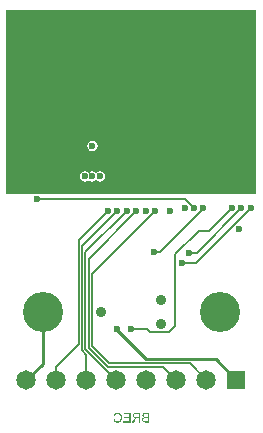
<source format=gbl>
G04*
G04 #@! TF.GenerationSoftware,Altium Limited,Altium Designer,21.6.4 (81)*
G04*
G04 Layer_Physical_Order=4*
G04 Layer_Color=16711680*
%FSLAX44Y44*%
%MOMM*%
G71*
G04*
G04 #@! TF.SameCoordinates,73C44879-B0ED-4A5D-A374-7D9F3B14191D*
G04*
G04*
G04 #@! TF.FilePolarity,Positive*
G04*
G01*
G75*
%ADD11C,0.2540*%
%ADD37C,0.1520*%
%ADD38C,0.1524*%
%ADD39C,3.4000*%
%ADD40C,1.6500*%
%ADD41R,1.6500X1.6500*%
%ADD42C,0.9000*%
%ADD43C,0.6000*%
G36*
X215922Y200000D02*
X4078D01*
X4078Y355250D01*
X215922D01*
X215922Y200000D01*
D02*
G37*
G36*
X98435Y14390D02*
X98629Y14373D01*
X98817Y14349D01*
X98999Y14320D01*
X99169Y14285D01*
X99333Y14238D01*
X99486Y14197D01*
X99626Y14150D01*
X99750Y14103D01*
X99867Y14062D01*
X99967Y14021D01*
X100049Y13980D01*
X100119Y13950D01*
X100166Y13927D01*
X100196Y13909D01*
X100207Y13903D01*
X100372Y13804D01*
X100524Y13698D01*
X100665Y13586D01*
X100800Y13469D01*
X100923Y13352D01*
X101035Y13234D01*
X101140Y13111D01*
X101228Y13000D01*
X101310Y12894D01*
X101387Y12789D01*
X101445Y12701D01*
X101498Y12624D01*
X101533Y12554D01*
X101563Y12507D01*
X101580Y12478D01*
X101586Y12466D01*
X101668Y12284D01*
X101745Y12102D01*
X101809Y11914D01*
X101862Y11727D01*
X101909Y11539D01*
X101950Y11351D01*
X101979Y11175D01*
X102009Y11011D01*
X102026Y10852D01*
X102044Y10706D01*
X102050Y10577D01*
X102061Y10465D01*
Y10377D01*
X102067Y10342D01*
Y10312D01*
Y10289D01*
Y10272D01*
Y10260D01*
Y10254D01*
X102061Y10037D01*
X102050Y9826D01*
X102026Y9620D01*
X102003Y9427D01*
X101967Y9233D01*
X101932Y9057D01*
X101891Y8887D01*
X101850Y8728D01*
X101815Y8587D01*
X101774Y8458D01*
X101739Y8347D01*
X101704Y8253D01*
X101680Y8177D01*
X101657Y8124D01*
X101645Y8089D01*
X101639Y8083D01*
Y8077D01*
X101557Y7895D01*
X101463Y7719D01*
X101363Y7561D01*
X101264Y7408D01*
X101158Y7273D01*
X101052Y7144D01*
X100953Y7033D01*
X100853Y6927D01*
X100759Y6833D01*
X100671Y6757D01*
X100595Y6686D01*
X100524Y6634D01*
X100465Y6593D01*
X100424Y6557D01*
X100401Y6540D01*
X100389Y6534D01*
X100231Y6440D01*
X100061Y6358D01*
X99885Y6288D01*
X99709Y6223D01*
X99533Y6176D01*
X99351Y6129D01*
X99180Y6094D01*
X99010Y6065D01*
X98858Y6047D01*
X98711Y6029D01*
X98582Y6018D01*
X98471Y6006D01*
X98383D01*
X98342Y6000D01*
X98253D01*
X98019Y6006D01*
X97796Y6029D01*
X97585Y6065D01*
X97379Y6106D01*
X97191Y6158D01*
X97015Y6217D01*
X96851Y6282D01*
X96705Y6346D01*
X96569Y6411D01*
X96452Y6475D01*
X96347Y6534D01*
X96264Y6587D01*
X96194Y6628D01*
X96147Y6663D01*
X96118Y6686D01*
X96106Y6692D01*
X95948Y6833D01*
X95801Y6980D01*
X95666Y7138D01*
X95543Y7303D01*
X95431Y7473D01*
X95331Y7637D01*
X95244Y7801D01*
X95167Y7966D01*
X95097Y8118D01*
X95038Y8259D01*
X94991Y8382D01*
X94950Y8494D01*
X94921Y8582D01*
X94909Y8623D01*
X94903Y8652D01*
X94897Y8676D01*
X94892Y8693D01*
X94886Y8705D01*
Y8711D01*
X95959Y8981D01*
X96006Y8793D01*
X96059Y8623D01*
X96118Y8458D01*
X96188Y8312D01*
X96253Y8171D01*
X96329Y8042D01*
X96399Y7930D01*
X96470Y7825D01*
X96534Y7737D01*
X96599Y7655D01*
X96657Y7590D01*
X96710Y7537D01*
X96751Y7490D01*
X96781Y7461D01*
X96804Y7443D01*
X96810Y7437D01*
X96933Y7350D01*
X97057Y7267D01*
X97186Y7197D01*
X97315Y7138D01*
X97444Y7091D01*
X97573Y7050D01*
X97696Y7015D01*
X97813Y6986D01*
X97919Y6962D01*
X98025Y6951D01*
X98113Y6939D01*
X98189Y6927D01*
X98253D01*
X98300Y6921D01*
X98342D01*
X98476Y6927D01*
X98611Y6939D01*
X98741Y6956D01*
X98870Y6980D01*
X98987Y7009D01*
X99104Y7044D01*
X99210Y7074D01*
X99310Y7115D01*
X99398Y7150D01*
X99480Y7179D01*
X99550Y7214D01*
X99609Y7244D01*
X99656Y7267D01*
X99691Y7285D01*
X99714Y7297D01*
X99720Y7303D01*
X99838Y7379D01*
X99943Y7461D01*
X100043Y7549D01*
X100137Y7643D01*
X100219Y7737D01*
X100295Y7836D01*
X100366Y7930D01*
X100430Y8018D01*
X100483Y8106D01*
X100530Y8188D01*
X100571Y8265D01*
X100600Y8329D01*
X100630Y8382D01*
X100647Y8417D01*
X100653Y8447D01*
X100659Y8453D01*
X100712Y8599D01*
X100759Y8752D01*
X100800Y8904D01*
X100829Y9063D01*
X100888Y9362D01*
X100906Y9509D01*
X100923Y9650D01*
X100935Y9773D01*
X100941Y9890D01*
X100947Y9996D01*
X100953Y10084D01*
X100958Y10160D01*
Y10213D01*
Y10248D01*
Y10260D01*
X100953Y10412D01*
X100947Y10559D01*
X100917Y10841D01*
X100900Y10976D01*
X100876Y11105D01*
X100853Y11228D01*
X100829Y11339D01*
X100806Y11445D01*
X100788Y11539D01*
X100765Y11621D01*
X100747Y11691D01*
X100730Y11744D01*
X100718Y11785D01*
X100706Y11815D01*
Y11820D01*
X100653Y11961D01*
X100595Y12090D01*
X100530Y12214D01*
X100460Y12325D01*
X100389Y12436D01*
X100319Y12536D01*
X100243Y12624D01*
X100172Y12706D01*
X100102Y12777D01*
X100037Y12841D01*
X99979Y12894D01*
X99926Y12941D01*
X99885Y12976D01*
X99855Y13006D01*
X99832Y13017D01*
X99826Y13023D01*
X99703Y13105D01*
X99574Y13170D01*
X99445Y13234D01*
X99316Y13287D01*
X99180Y13328D01*
X99051Y13364D01*
X98928Y13393D01*
X98805Y13416D01*
X98694Y13440D01*
X98588Y13452D01*
X98494Y13463D01*
X98412Y13469D01*
X98347Y13475D01*
X98259D01*
X98107Y13469D01*
X97966Y13457D01*
X97831Y13440D01*
X97702Y13411D01*
X97585Y13381D01*
X97473Y13346D01*
X97373Y13311D01*
X97280Y13276D01*
X97197Y13234D01*
X97121Y13199D01*
X97057Y13164D01*
X97004Y13135D01*
X96963Y13105D01*
X96933Y13088D01*
X96916Y13076D01*
X96910Y13070D01*
X96810Y12988D01*
X96716Y12900D01*
X96634Y12800D01*
X96552Y12701D01*
X96476Y12589D01*
X96411Y12484D01*
X96347Y12378D01*
X96294Y12272D01*
X96247Y12172D01*
X96200Y12079D01*
X96165Y11997D01*
X96135Y11926D01*
X96112Y11861D01*
X96094Y11820D01*
X96088Y11791D01*
X96082Y11779D01*
X95026Y12026D01*
X95091Y12231D01*
X95173Y12425D01*
X95255Y12607D01*
X95349Y12777D01*
X95443Y12929D01*
X95537Y13076D01*
X95637Y13205D01*
X95730Y13322D01*
X95824Y13428D01*
X95906Y13516D01*
X95983Y13598D01*
X96053Y13657D01*
X96106Y13710D01*
X96153Y13745D01*
X96176Y13768D01*
X96188Y13774D01*
X96347Y13886D01*
X96511Y13980D01*
X96687Y14062D01*
X96857Y14132D01*
X97027Y14197D01*
X97197Y14244D01*
X97362Y14285D01*
X97520Y14320D01*
X97673Y14343D01*
X97808Y14361D01*
X97925Y14379D01*
X98031Y14384D01*
X98118Y14390D01*
X98154Y14396D01*
X98236D01*
X98435Y14390D01*
D02*
G37*
G36*
X125114Y6135D02*
X121882D01*
X121741Y6141D01*
X121612Y6147D01*
X121488Y6158D01*
X121377Y6164D01*
X121265Y6176D01*
X121166Y6188D01*
X121078Y6205D01*
X120996Y6217D01*
X120925Y6229D01*
X120861Y6241D01*
X120808Y6246D01*
X120767Y6258D01*
X120737Y6264D01*
X120720Y6270D01*
X120714D01*
X120520Y6329D01*
X120350Y6387D01*
X120197Y6458D01*
X120133Y6487D01*
X120069Y6522D01*
X120016Y6551D01*
X119969Y6581D01*
X119928Y6604D01*
X119892Y6628D01*
X119863Y6645D01*
X119846Y6657D01*
X119834Y6669D01*
X119828D01*
X119699Y6775D01*
X119587Y6898D01*
X119488Y7021D01*
X119400Y7144D01*
X119329Y7250D01*
X119300Y7297D01*
X119276Y7338D01*
X119259Y7373D01*
X119247Y7396D01*
X119235Y7414D01*
Y7420D01*
X119153Y7608D01*
X119094Y7795D01*
X119047Y7977D01*
X119018Y8142D01*
X119007Y8212D01*
X119001Y8282D01*
X118995Y8341D01*
Y8388D01*
X118989Y8429D01*
Y8464D01*
Y8482D01*
Y8488D01*
X118995Y8617D01*
X119007Y8740D01*
X119024Y8863D01*
X119053Y8975D01*
X119083Y9086D01*
X119112Y9186D01*
X119153Y9280D01*
X119188Y9368D01*
X119224Y9444D01*
X119259Y9515D01*
X119294Y9573D01*
X119323Y9620D01*
X119353Y9661D01*
X119370Y9691D01*
X119382Y9708D01*
X119388Y9714D01*
X119464Y9808D01*
X119546Y9896D01*
X119640Y9978D01*
X119728Y10049D01*
X119822Y10119D01*
X119916Y10178D01*
X120010Y10230D01*
X120104Y10277D01*
X120186Y10324D01*
X120268Y10359D01*
X120338Y10389D01*
X120397Y10412D01*
X120450Y10430D01*
X120485Y10442D01*
X120514Y10453D01*
X120520D01*
X120415Y10506D01*
X120321Y10565D01*
X120233Y10624D01*
X120145Y10688D01*
X120069Y10753D01*
X119998Y10811D01*
X119939Y10870D01*
X119881Y10929D01*
X119834Y10981D01*
X119787Y11034D01*
X119752Y11075D01*
X119722Y11116D01*
X119699Y11152D01*
X119681Y11175D01*
X119675Y11187D01*
X119670Y11193D01*
X119617Y11281D01*
X119576Y11369D01*
X119535Y11451D01*
X119505Y11539D01*
X119452Y11703D01*
X119417Y11856D01*
X119405Y11920D01*
X119400Y11985D01*
X119388Y12038D01*
Y12084D01*
X119382Y12120D01*
Y12149D01*
Y12167D01*
Y12172D01*
X119388Y12278D01*
X119394Y12378D01*
X119435Y12577D01*
X119482Y12759D01*
X119511Y12841D01*
X119540Y12924D01*
X119576Y12994D01*
X119605Y13053D01*
X119628Y13111D01*
X119652Y13158D01*
X119675Y13193D01*
X119693Y13223D01*
X119699Y13240D01*
X119705Y13246D01*
X119769Y13340D01*
X119834Y13428D01*
X119904Y13504D01*
X119975Y13581D01*
X120051Y13651D01*
X120121Y13710D01*
X120192Y13768D01*
X120262Y13815D01*
X120327Y13862D01*
X120391Y13898D01*
X120444Y13933D01*
X120491Y13956D01*
X120532Y13980D01*
X120561Y13991D01*
X120579Y14003D01*
X120585D01*
X120690Y14050D01*
X120808Y14085D01*
X121054Y14150D01*
X121301Y14197D01*
X121424Y14209D01*
X121541Y14226D01*
X121647Y14232D01*
X121752Y14244D01*
X121840Y14250D01*
X121923D01*
X121987Y14255D01*
X125114D01*
Y6135D01*
D02*
G37*
G36*
X117493D02*
X116419D01*
Y9743D01*
X115028D01*
X114905Y9737D01*
X114799Y9732D01*
X114717Y9726D01*
X114659Y9714D01*
X114612Y9708D01*
X114582Y9702D01*
X114577D01*
X114483Y9673D01*
X114395Y9644D01*
X114312Y9603D01*
X114242Y9567D01*
X114178Y9538D01*
X114131Y9509D01*
X114101Y9491D01*
X114090Y9485D01*
X113996Y9421D01*
X113902Y9338D01*
X113814Y9245D01*
X113726Y9157D01*
X113655Y9075D01*
X113597Y9004D01*
X113573Y8975D01*
X113556Y8957D01*
X113550Y8945D01*
X113544Y8940D01*
X113485Y8863D01*
X113421Y8781D01*
X113292Y8605D01*
X113162Y8417D01*
X113039Y8235D01*
X112986Y8153D01*
X112934Y8077D01*
X112887Y8007D01*
X112846Y7942D01*
X112816Y7895D01*
X112793Y7854D01*
X112775Y7831D01*
X112769Y7825D01*
X111696Y6135D01*
X110352D01*
X111754Y8341D01*
X111913Y8576D01*
X111995Y8681D01*
X112071Y8787D01*
X112148Y8881D01*
X112224Y8969D01*
X112294Y9051D01*
X112359Y9127D01*
X112417Y9198D01*
X112476Y9256D01*
X112523Y9303D01*
X112564Y9350D01*
X112599Y9380D01*
X112623Y9409D01*
X112640Y9421D01*
X112646Y9427D01*
X112740Y9503D01*
X112840Y9573D01*
X112945Y9644D01*
X113051Y9702D01*
X113145Y9755D01*
X113186Y9779D01*
X113221Y9796D01*
X113251Y9814D01*
X113274Y9820D01*
X113286Y9831D01*
X113292D01*
X113080Y9867D01*
X112881Y9908D01*
X112699Y9961D01*
X112529Y10013D01*
X112376Y10078D01*
X112230Y10136D01*
X112106Y10201D01*
X111989Y10266D01*
X111889Y10330D01*
X111807Y10389D01*
X111731Y10442D01*
X111672Y10489D01*
X111625Y10530D01*
X111590Y10559D01*
X111573Y10577D01*
X111567Y10582D01*
X111467Y10694D01*
X111379Y10817D01*
X111303Y10934D01*
X111238Y11058D01*
X111185Y11181D01*
X111138Y11304D01*
X111103Y11422D01*
X111074Y11533D01*
X111050Y11639D01*
X111033Y11732D01*
X111021Y11820D01*
X111009Y11891D01*
Y11955D01*
X111003Y12002D01*
Y12026D01*
Y12038D01*
X111009Y12161D01*
X111015Y12284D01*
X111033Y12401D01*
X111056Y12513D01*
X111080Y12618D01*
X111109Y12718D01*
X111144Y12812D01*
X111173Y12900D01*
X111203Y12976D01*
X111238Y13047D01*
X111267Y13111D01*
X111291Y13164D01*
X111314Y13205D01*
X111326Y13234D01*
X111338Y13252D01*
X111344Y13258D01*
X111408Y13358D01*
X111479Y13452D01*
X111555Y13534D01*
X111625Y13616D01*
X111702Y13686D01*
X111778Y13751D01*
X111854Y13804D01*
X111924Y13856D01*
X111989Y13898D01*
X112054Y13933D01*
X112106Y13968D01*
X112153Y13991D01*
X112194Y14009D01*
X112224Y14021D01*
X112241Y14032D01*
X112247D01*
X112359Y14073D01*
X112482Y14109D01*
X112611Y14138D01*
X112740Y14161D01*
X113016Y14203D01*
X113151Y14214D01*
X113280Y14226D01*
X113409Y14238D01*
X113520Y14244D01*
X113626Y14250D01*
X113720D01*
X113790Y14255D01*
X117493D01*
Y6135D01*
D02*
G37*
G36*
X109296D02*
X103241D01*
Y7091D01*
X108222D01*
Y9855D01*
X103734D01*
Y10811D01*
X108222D01*
Y13299D01*
X103428D01*
Y14255D01*
X109296D01*
Y6135D01*
D02*
G37*
%LPC*%
G36*
X77000Y244604D02*
X75334Y244272D01*
X73921Y243328D01*
X72978Y241916D01*
X72646Y240250D01*
X72978Y238584D01*
X73921Y237171D01*
X75334Y236228D01*
X77000Y235896D01*
X78666Y236228D01*
X80078Y237171D01*
X81022Y238584D01*
X81354Y240250D01*
X81022Y241916D01*
X80078Y243328D01*
X78666Y244272D01*
X77000Y244604D01*
D02*
G37*
G36*
X83500Y218854D02*
X81834Y218522D01*
X80422Y217579D01*
X80078D01*
X78666Y218522D01*
X77000Y218854D01*
X75334Y218522D01*
X74740Y218126D01*
X73750Y217659D01*
X72760Y218126D01*
X72166Y218522D01*
X70500Y218854D01*
X68834Y218522D01*
X67421Y217579D01*
X66478Y216166D01*
X66146Y214500D01*
X66478Y212834D01*
X67421Y211422D01*
X68834Y210478D01*
X70500Y210146D01*
X72166Y210478D01*
X72760Y210874D01*
X73750Y211341D01*
X74740Y210874D01*
X75334Y210478D01*
X77000Y210146D01*
X78666Y210478D01*
X80078Y211422D01*
X80422D01*
X81834Y210478D01*
X83500Y210146D01*
X85166Y210478D01*
X86579Y211422D01*
X87522Y212834D01*
X87854Y214500D01*
X87522Y216166D01*
X86579Y217579D01*
X85166Y218522D01*
X83500Y218854D01*
D02*
G37*
G36*
X124041Y13299D02*
X122263D01*
X122116Y13293D01*
X121981Y13287D01*
X121858Y13281D01*
X121747Y13270D01*
X121647Y13264D01*
X121559Y13252D01*
X121477Y13240D01*
X121406Y13229D01*
X121348Y13217D01*
X121301Y13211D01*
X121259Y13199D01*
X121230Y13193D01*
X121207Y13188D01*
X121195Y13182D01*
X121189D01*
X121060Y13129D01*
X120954Y13070D01*
X120855Y13000D01*
X120778Y12929D01*
X120720Y12865D01*
X120673Y12812D01*
X120649Y12771D01*
X120638Y12765D01*
Y12759D01*
X120573Y12642D01*
X120520Y12519D01*
X120485Y12401D01*
X120462Y12290D01*
X120450Y12196D01*
X120444Y12155D01*
X120438Y12120D01*
Y12090D01*
Y12067D01*
Y12055D01*
Y12049D01*
X120450Y11897D01*
X120473Y11756D01*
X120503Y11633D01*
X120544Y11533D01*
X120585Y11445D01*
X120602Y11416D01*
X120614Y11386D01*
X120632Y11363D01*
X120638Y11345D01*
X120649Y11339D01*
Y11334D01*
X120737Y11234D01*
X120831Y11152D01*
X120937Y11081D01*
X121037Y11028D01*
X121125Y10987D01*
X121166Y10970D01*
X121195Y10958D01*
X121224Y10946D01*
X121248Y10940D01*
X121259Y10934D01*
X121265D01*
X121330Y10917D01*
X121400Y10905D01*
X121477Y10893D01*
X121559Y10882D01*
X121729Y10864D01*
X121893Y10852D01*
X121975Y10847D01*
X122116D01*
X122175Y10841D01*
X124041D01*
Y13299D01*
D02*
G37*
G36*
Y9884D02*
X122028D01*
X121893Y9878D01*
X121770Y9872D01*
X121658Y9861D01*
X121553Y9849D01*
X121453Y9837D01*
X121365Y9826D01*
X121283Y9814D01*
X121213Y9802D01*
X121154Y9790D01*
X121101Y9779D01*
X121060Y9767D01*
X121025Y9755D01*
X121001Y9749D01*
X120990Y9743D01*
X120984D01*
X120837Y9685D01*
X120708Y9614D01*
X120597Y9538D01*
X120503Y9456D01*
X120426Y9385D01*
X120374Y9327D01*
X120356Y9303D01*
X120344Y9292D01*
X120332Y9280D01*
Y9274D01*
X120256Y9145D01*
X120197Y9010D01*
X120156Y8881D01*
X120127Y8758D01*
X120110Y8646D01*
X120104Y8605D01*
Y8564D01*
X120098Y8535D01*
Y8505D01*
Y8494D01*
Y8488D01*
X120104Y8347D01*
X120121Y8212D01*
X120151Y8095D01*
X120180Y7995D01*
X120209Y7913D01*
X120239Y7848D01*
X120245Y7825D01*
X120256Y7807D01*
X120262Y7801D01*
Y7795D01*
X120327Y7690D01*
X120391Y7602D01*
X120462Y7526D01*
X120526Y7461D01*
X120585Y7408D01*
X120632Y7373D01*
X120661Y7350D01*
X120667Y7344D01*
X120673D01*
X120773Y7291D01*
X120872Y7244D01*
X120978Y7209D01*
X121072Y7179D01*
X121160Y7156D01*
X121224Y7138D01*
X121254Y7132D01*
X121271D01*
X121283Y7127D01*
X121289D01*
X121330Y7121D01*
X121383Y7115D01*
X121494Y7109D01*
X121612Y7097D01*
X121735D01*
X121846Y7091D01*
X124041D01*
Y9884D01*
D02*
G37*
G36*
X116419Y13358D02*
X113855D01*
X113691Y13352D01*
X113538Y13340D01*
X113397Y13322D01*
X113268Y13299D01*
X113151Y13270D01*
X113039Y13240D01*
X112940Y13205D01*
X112857Y13170D01*
X112781Y13135D01*
X112717Y13099D01*
X112658Y13070D01*
X112611Y13041D01*
X112582Y13017D01*
X112552Y13000D01*
X112541Y12988D01*
X112535Y12982D01*
X112458Y12912D01*
X112394Y12836D01*
X112341Y12759D01*
X112288Y12677D01*
X112247Y12601D01*
X112218Y12519D01*
X112189Y12442D01*
X112165Y12372D01*
X112148Y12302D01*
X112136Y12237D01*
X112124Y12184D01*
X112118Y12131D01*
X112112Y12090D01*
Y12061D01*
Y12043D01*
Y12038D01*
X112124Y11891D01*
X112148Y11756D01*
X112183Y11633D01*
X112218Y11527D01*
X112259Y11439D01*
X112277Y11398D01*
X112294Y11369D01*
X112312Y11345D01*
X112318Y11328D01*
X112329Y11316D01*
Y11310D01*
X112417Y11193D01*
X112517Y11093D01*
X112623Y11011D01*
X112728Y10940D01*
X112822Y10888D01*
X112857Y10870D01*
X112893Y10852D01*
X112922Y10841D01*
X112945Y10829D01*
X112957Y10823D01*
X112963D01*
X113045Y10799D01*
X113127Y10776D01*
X113315Y10741D01*
X113509Y10711D01*
X113691Y10694D01*
X113779Y10688D01*
X113855Y10682D01*
X113931D01*
X113990Y10676D01*
X116419D01*
Y13358D01*
D02*
G37*
%LPD*%
D11*
X97500Y84750D02*
Y85540D01*
Y84750D02*
X122500Y59750D01*
X181350D02*
X198900Y42200D01*
X122500Y59750D02*
X181350D01*
X35000Y56100D02*
Y100000D01*
X21100Y42200D02*
X35000Y56100D01*
D37*
X134363Y150500D02*
X171000Y187136D01*
X128750Y150500D02*
X134363D01*
X29750Y195000D02*
X155250D01*
X162750Y187500D01*
X164750Y141250D02*
X211000Y187500D01*
X152500Y141250D02*
X164750D01*
X176112Y168612D02*
X195000Y187500D01*
X166863Y168612D02*
X176112D01*
X158871Y150000D02*
X165500D01*
X203000Y187500D02*
Y187500D01*
X165500Y150000D02*
X203000Y187500D01*
X162750Y187500D02*
X163000D01*
X171000Y187136D02*
Y187500D01*
X76670Y131670D02*
X130000Y185000D01*
X110540Y85000D02*
X123527D01*
X110000Y85540D02*
X110540Y85000D01*
X91250Y56250D02*
X159450D01*
X173500Y42200D01*
X76670Y70830D02*
X91250Y56250D01*
X76670Y70830D02*
Y131670D01*
X71086Y68414D02*
X97300Y42200D01*
X71086Y150086D02*
X106000Y185000D01*
X71086Y68414D02*
Y150086D01*
X147250Y87750D02*
Y149000D01*
X166863Y168612D01*
X142185Y82685D02*
X147250Y87750D01*
X125842Y82685D02*
X142185D01*
X123527Y85000D02*
X125842Y82685D01*
X158811Y149939D02*
X158871Y150000D01*
D38*
X73878Y144878D02*
X114000Y185000D01*
X73878Y69622D02*
Y144878D01*
X137050Y53250D02*
X148100Y42200D01*
X90250Y53250D02*
X137050D01*
X73878Y69622D02*
X90250Y53250D01*
X68294Y67257D02*
Y155294D01*
X71900Y42200D02*
Y63651D01*
X68294Y67257D02*
X71900Y63651D01*
X68294Y155294D02*
X98000Y185000D01*
X46500Y53500D02*
X65500Y72500D01*
Y160500D02*
X90000Y185000D01*
X65500Y72500D02*
Y160500D01*
X46500Y42200D02*
Y53500D01*
X90000Y185000D02*
Y185000D01*
D39*
X185000Y100000D02*
D03*
X35000D02*
D03*
D40*
X71900Y42200D02*
D03*
X97300D02*
D03*
X122700D02*
D03*
X173500D02*
D03*
X148100D02*
D03*
X46500D02*
D03*
X21100D02*
D03*
D41*
X198900D02*
D03*
D42*
X135400Y89940D02*
D03*
Y110260D02*
D03*
X84600Y100100D02*
D03*
D43*
X128750Y150500D02*
D03*
X29750Y195000D02*
D03*
X201250Y170000D02*
D03*
X155000Y187500D02*
D03*
X211000D02*
D03*
X203000D02*
D03*
X195000D02*
D03*
X163000D02*
D03*
X171000D02*
D03*
X68000Y241750D02*
D03*
X60000Y249500D02*
D03*
X77000Y240250D02*
D03*
X66000Y257500D02*
D03*
X50000Y337500D02*
D03*
X35000D02*
D03*
X82500Y280500D02*
D03*
X212500Y217000D02*
D03*
Y232000D02*
D03*
Y247000D02*
D03*
Y262000D02*
D03*
Y277000D02*
D03*
Y292000D02*
D03*
Y307000D02*
D03*
Y322000D02*
D03*
Y337000D02*
D03*
Y352000D02*
D03*
X56000Y306750D02*
D03*
X45000Y282250D02*
D03*
X50000Y217000D02*
D03*
X35000D02*
D03*
X20000D02*
D03*
X65000Y203250D02*
D03*
X50000D02*
D03*
X35000D02*
D03*
X20000D02*
D03*
X7500D02*
D03*
Y217000D02*
D03*
Y232000D02*
D03*
Y247000D02*
D03*
Y262000D02*
D03*
Y277000D02*
D03*
Y292000D02*
D03*
Y322000D02*
D03*
Y307000D02*
D03*
Y337000D02*
D03*
Y352000D02*
D03*
X200000D02*
D03*
Y337000D02*
D03*
Y322000D02*
D03*
Y307000D02*
D03*
Y292000D02*
D03*
Y277000D02*
D03*
Y262000D02*
D03*
Y247000D02*
D03*
Y232000D02*
D03*
X185000Y352000D02*
D03*
Y337000D02*
D03*
Y322000D02*
D03*
Y307000D02*
D03*
Y292000D02*
D03*
X170000Y352000D02*
D03*
Y337000D02*
D03*
Y322000D02*
D03*
X155000Y247000D02*
D03*
Y232000D02*
D03*
X140000Y247000D02*
D03*
Y232000D02*
D03*
X125000Y337000D02*
D03*
Y322000D02*
D03*
Y307000D02*
D03*
Y292000D02*
D03*
Y247000D02*
D03*
Y232000D02*
D03*
X110000Y352000D02*
D03*
Y337000D02*
D03*
Y322000D02*
D03*
Y307000D02*
D03*
Y292000D02*
D03*
X95000Y337000D02*
D03*
Y322000D02*
D03*
Y307000D02*
D03*
Y292000D02*
D03*
Y232000D02*
D03*
X80000D02*
D03*
X65000D02*
D03*
X50000Y352000D02*
D03*
Y247000D02*
D03*
Y232000D02*
D03*
X35000Y352000D02*
D03*
Y247000D02*
D03*
Y232000D02*
D03*
X20000Y352000D02*
D03*
Y337000D02*
D03*
Y322000D02*
D03*
Y307000D02*
D03*
Y292000D02*
D03*
Y277000D02*
D03*
Y262000D02*
D03*
Y247000D02*
D03*
Y232000D02*
D03*
X83500Y214500D02*
D03*
X70500D02*
D03*
X77000D02*
D03*
X130000Y185000D02*
D03*
X114000D02*
D03*
X97500Y85540D02*
D03*
X110000D02*
D03*
X143000Y185000D02*
D03*
X152500Y141250D02*
D03*
X158811Y149939D02*
D03*
X122000Y185000D02*
D03*
X106000D02*
D03*
X90000D02*
D03*
X98000D02*
D03*
X149500Y214500D02*
D03*
X136500D02*
D03*
X143000D02*
D03*
X161000Y264750D02*
D03*
X154250Y257750D02*
D03*
X143000D02*
D03*
X58750Y264750D02*
D03*
X145750Y273250D02*
D03*
X74250Y273000D02*
D03*
X59250Y330750D02*
D03*
X133250Y352000D02*
D03*
X119750D02*
D03*
X100250D02*
D03*
X86750D02*
D03*
X160750D02*
D03*
X81750Y336250D02*
D03*
Y347250D02*
D03*
X59000Y341500D02*
D03*
Y352000D02*
D03*
M02*

</source>
